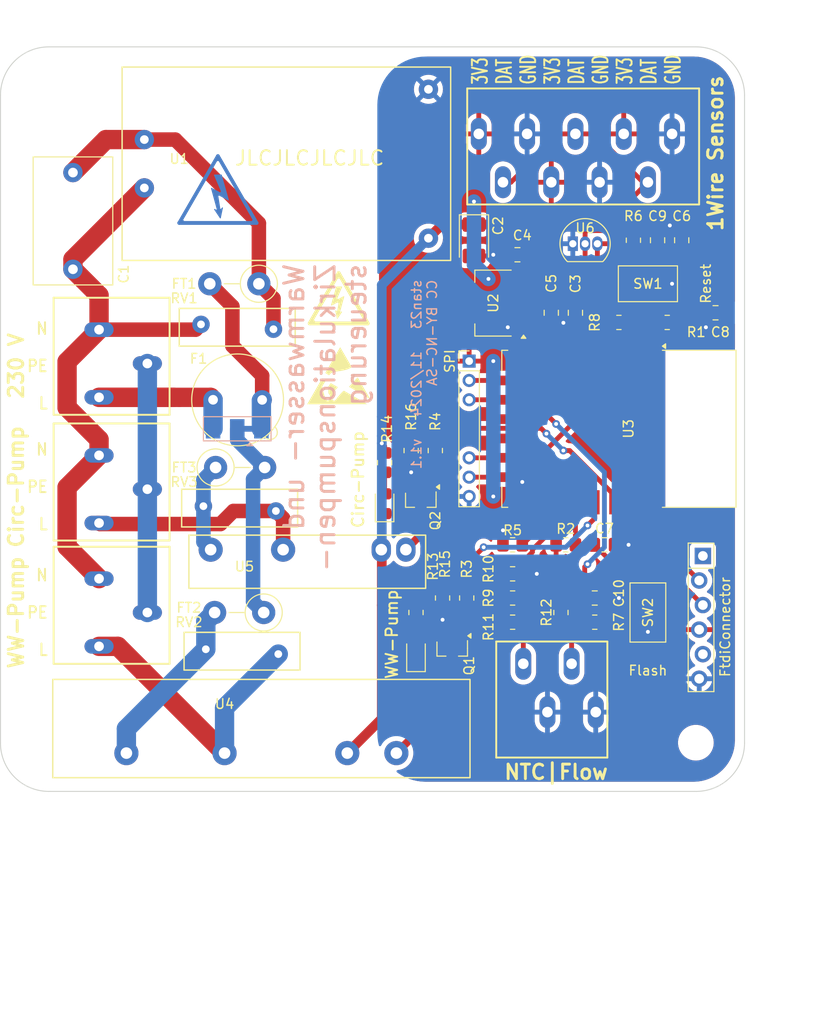
<source format=kicad_pcb>
(kicad_pcb (version 20240108) (generator "pcbnew") (generator_version "8.0")
  (layers (0 "F.Cu" signal) (31 "B.Cu" signal) (34 "B.Paste" user) (35 "F.Paste" user) (36 "B.SilkS" user "B.Silkscreen") (37 "F.SilkS" user "F.Silkscreen") (38 "B.Mask" user) (39 "F.Mask" user) (44 "Edge.Cuts" user))
  (net 0 "")
  (net 1 "Net-(U1-AC1)")
  (net 2 "Net-(D1-K)")
  (net 3 "GND")
  (net 4 "Net-(D1-A)")
  (net 5 "Net-(D2-K)")
  (net 6 "+3V3")
  (net 7 "/RESET")
  (net 8 "Earth_Protective")
  (net 9 "/WWP")
  (net 10 "/CIRC")
  (net 11 "Net-(D2-A)")
  (net 12 "/N")
  (net 13 "+5V")
  (net 16 "Net-(FT2-Pad2)")
  (net 17 "Net-(FT3-Pad1)")
  (net 18 "Net-(U3-GPIO15)")
  (net 19 "/RX")
  (net 20 "/TX")
  (net 21 "Net-(U3-EN)")
  (net 22 "Net-(U3-ADC)")
  (net 23 "/CS")
  (net 24 "/L_FUSE")
  (net 25 "/L_WWP")
  (net 26 "/L_CIRC")
  (net 28 "/MISO")
  (net 29 "/L")
  (net 30 "/T_DATA")
  (net 31 "/FLOW")
  (net 32 "/FLASH")
  (net 33 "/MOSI")
  (net 35 "/SCLK")
  (net 36 "/NTC")
  (net 38 "Net-(J10-Pin_2)")
  (net 41 "/L_SSR")
  (net 42 "Net-(Q1-G)")
  (net 43 "Net-(Q2-G)")
  (footprint "Resistor_SMD:R_0805_2012Metric_Pad1.20x1.40mm_HandSolder" (layer "F.Cu") (at 145.75 81 90)
    (property "Reference" "R15")
    (property "Value" "10k")
  )
  (footprint "Button_Switch_SMD:SW_SPST_CK_RS282G05A3" (layer "F.Cu") (at 167 82.5 -90)
    (property "Reference" "SW2")
    (property "Value" "Flash")
  )
  (footprint "Wago-P-250:P-250-203" (layer "F.Cu") (at 110.2 60.2469 180)
    (property "Reference" "J1" (hide yes))
    (property "Value" "MAINS" (hide yes))
  )
  (footprint "MountingHole:MountingHole_3.2mm_M3" (layer "F.Cu") (at 105.5 29.5)
    (property "Reference" "H1" (hide yes))
    (property "Value" "MountingHole")
  )
  (footprint "Resistor_THT:R_Axial_DIN0411_L9.9mm_D3.6mm_P5.08mm_Vertical" (layer "F.Cu") (at 126.74 48.5 180)
    (property "Reference" "FT1")
    (property "Value" "98°C")
  )
  (footprint "Connector_PinHeader_2.00mm:PinHeader_1x08_P2.00mm_Vertical" (layer "F.Cu") (at 148.5 56.5)
    (property "Reference" "J11" (hide yes))
    (property "Value" "SPI")
  )
  (footprint "Capacitor_Tantalum_SMD:CP_EIA-3528-12_Kemet-T_Pad1.50x2.35mm_HandSolder" (layer "F.Cu") (at 149 44 -90)
    (property "Reference" "C2")
    (property "Value" "100u")
  )
  (footprint "Capacitor_SMD:C_0805_2012Metric_Pad1.18x1.45mm_HandSolder" (layer "F.Cu") (at 174 51.5 180)
    (property "Reference" "C8")
    (property "Value" "10u")
  )
  (footprint "myRelais:Omron_G3MB" (layer "F.Cu") (at 131.75 77)
    (property "Reference" "U5")
    (property "Value" "G3MB-202P")
  )
  (footprint "LED_SMD:LED_0805_2012Metric_Pad1.15x1.40mm_HandSolder" (layer "F.Cu") (at 139.75 71.25 90)
    (property "Reference" "D2" (hide yes))
    (property "Value" "Circ-Pump")
  )
  (footprint "Package_TO_SOT_THT:TO-92_Inline" (layer "F.Cu") (at 159.23 44.36)
    (property "Reference" "U6")
    (property "Value" "DS18B20")
  )
  (footprint "Resistor_SMD:R_0805_2012Metric_Pad1.20x1.40mm_HandSolder" (layer "F.Cu") (at 148.25 81 -90)
    (property "Reference" "R3")
    (property "Value" "300")
  )
  (footprint "Capacitor_SMD:C_0805_2012Metric_Pad1.18x1.45mm_HandSolder" (layer "F.Cu") (at 153.5 45.5 180)
    (property "Reference" "C4")
    (property "Value" "10u")
  )
  (footprint "Wago-P-250:P-250-409" (layer "F.Cu") (at 149.5 33 90)
    (property "Reference" "J9" (hide yes))
    (property "Value" "1Wire Sensors")
  )
  (footprint "Resistor_SMD:R_0805_2012Metric_Pad1.20x1.40mm_HandSolder" (layer "F.Cu") (at 158 82.5 -90)
    (property "Reference" "R12")
    (property "Value" "47")
  )
  (footprint "Resistor_SMD:R_0805_2012Metric_Pad1.20x1.40mm_HandSolder" (layer "F.Cu") (at 165.5 44 90)
    (property "Reference" "R6")
    (property "Value" "4k7")
  )
  (footprint "myRelais:Carlo_Gavazzi_RP1A" (layer "F.Cu") (at 123.19 97.04)
    (property "Reference" "U4")
    (property "Value" "RP1A23D5")
  )
  (footprint "Capacitor_SMD:C_0805_2012Metric_Pad1.18x1.45mm_HandSolder" (layer "F.Cu") (at 162.5 75.5)
    (property "Reference" "C7")
    (property "Value" "100n")
  )
  (footprint "Resistor_SMD:R_0805_2012Metric_Pad1.20x1.40mm_HandSolder" (layer "F.Cu") (at 143 82.5 90)
    (property "Reference" "R13")
    (property "Value" "560")
  )
  (footprint "Wago-P-250:P-250-203" (layer "F.Cu") (at 110.2 86 180)
    (property "Reference" "J2" (hide yes))
    (property "Value" "WW_Pump" (hide yes))
  )
  (footprint "Capacitor_SMD:C_0805_2012Metric_Pad1.18x1.45mm_HandSolder" (layer "F.Cu") (at 168 44 90)
    (property "Reference" "C9")
    (property "Value" "100n")
  )
  (footprint "Capacitor_SMD:C_0805_2012Metric_Pad1.18x1.45mm_HandSolder" (layer "F.Cu") (at 161.5 81)
    (property "Reference" "C10")
    (property "Value" "dnp")
  )
  (footprint "Varistor:RV_Disc_D12mm_W3.9mm_P7.5mm" (layer "F.Cu") (at 121 71)
    (property "Reference" "RV3")
    (property "Value" "VDR-0,6 300")
  )
  (footprint "myPowerModules:Hi-Link_HLK-PMxx" (layer "F.Cu") (at 112.5875 26.0875)
    (property "Reference" "U1")
    (property "Value" "HLK-PM01")
  )
  (footprint "Resistor_SMD:R_0805_2012Metric_Pad1.20x1.40mm_HandSolder" (layer "F.Cu") (at 161.5 83.5 180)
    (property "Reference" "R7")
    (property "Value" "4k7")
  )
  (footprint "Wago-P-250:P-250-404" (layer "F.Cu") (at 161.6046 92.8 -90)
    (property "Reference" "J10" (hide yes))
    (property "Value" "NTC|Flow")
  )
  (footprint "Wago-P-250:P-250-203" (layer "F.Cu") (at 110.2 73.2469 180)
    (property "Reference" "J3" (hide yes))
    (property "Value" "Circ_Pump" (hide yes))
  )
  (footprint "Resistor_SMD:R_0805_2012Metric_Pad1.20x1.40mm_HandSolder" (layer "F.Cu") (at 145 65.75 -90)
    (property "Reference" "R4")
    (property "Value" "300")
  )
  (footprint "Capacitor_SMD:C_0805_2012Metric_Pad1.18x1.45mm_HandSolder" (layer "F.Cu") (at 159.5 51.5 -90)
    (property "Reference" "C3")
    (property "Value" "100n")
  )
  (footprint "Symbol:ESD-Logo_6.6x6mm_SilkScreen" (layer "F.Cu") (at 135 58)
    (property "Reference" "REF**" (hide yes))
    (property "Value" "ESD-Logo_6.6x6mm_SilkScreen" (hide yes))
  )
  (footprint "Capacitor_SMD:C_0805_2012Metric_Pad1.18x1.45mm_HandSolder" (layer "F.Cu") (at 170.5 44 90)
    (property "Reference" "C6")
    (property "Value" "10u")
  )
  (footprint "RF_Module:ESP-12E" (layer "F.Cu") (at 164 63.5 -90)
    (property "Reference" "U3")
    (property "Value" "ESP-12F")
  )
  (footprint "Package_TO_SOT_SMD:SOT-23_Handsoldering" (layer "F.Cu") (at 146.75 86.25 -90)
    (property "Reference" "Q1")
    (property "Value" "IRLML6344")
  )
  (footprint "Resistor_SMD:R_0805_2012Metric_Pad1.20x1.40mm_HandSolder" (layer "F.Cu") (at 153 83.5)
    (property "Reference" "R11")
    (property "Value" "?")
  )
  (footprint "Resistor_SMD:R_0805_2012Metric_Pad1.20x1.40mm_HandSolder" (layer "F.Cu") (at 158.5 75.5)
    (property "Reference" "R2")
    (property "Value" "10k")
  )
  (footprint "Package_TO_SOT_SMD:SOT-223-3_TabPin2" (layer "F.Cu") (at 151 50.5 180)
    (property "Reference" "U2")
    (property "Value" "TS1117-3.3")
  )
  (footprint "Resistor_SMD:R_0805_2012Metric_Pad1.20x1.40mm_HandSolder" (layer "F.Cu") (at 153 75.5 180)
    (property "Reference" "R5")
    (property "Value" "10k")
  )
  (footprint "Varistor:RV_Disc_D12mm_W3.9mm_P7.5mm" (layer "F.Cu") (at 121.25 85.8)
    (property "Reference" "RV2")
    (property "Value" "VDR-0,6 300")
  )
  (footprint "myPinHeaders:Pin_Header_Straight_1x06_Pitch2.54mm_Tight_Fit" (layer "F.Cu") (at 172.5 83)
    (property "Reference" "J6" (hide yes))
    (property "Value" "FtdiConnector")
  )
  (footprint "Resistor_SMD:R_0805_2012Metric_Pad1.20x1.40mm_HandSolder" (layer "F.Cu") (at 139.75 67 90)
    (property "Reference" "R14")
    (property "Value" "560")
  )
  (footprint "Capacitor_THT:C_Rect_L13.0mm_W8.0mm_P10.00mm_FKS3_FKP3_MKS4" (layer "F.Cu") (at 107.5 37 -90)
    (property "Reference" "C1")
    (property "Value" "X2 100nF")
  )
  (footprint "Resistor_SMD:R_0805_2012Metric_Pad1.20x1.40mm_HandSolder" (layer "F.Cu") (at 164 52.5 180)
    (property "Reference" "R8")
    (property "Value" "10k")
  )
  (footprint "LED_SMD:LED_0805_2012Metric_Pad1.15x1.40mm_HandSolder" (layer "F.Cu") (at 143 86.75 90)
    (property "Reference" "D1" (hide yes))
    (property "Value" "WW-Pump")
  )
  (footprint "Resistor_SMD:R_0805_2012Metric_Pad1.20x1.40mm_HandSolder" (layer "F.Cu") (at 169 52.5 180)
    (property "Reference" "R1")
    (property "Value" "10k")
  )
  (footprint "Resistor_THT:R_Axial_DIN0411_L9.9mm_D3.6mm_P5.08mm_Vertical" (layer "F.Cu") (at 122.26 67.5)
    (property "Reference" "FT3")
    (property "Value" "98°C")
  )
  (footprint "Package_TO_SOT_SMD:SOT-23_Handsoldering" (layer "F.Cu") (at 143.5 70.86 -90)
    (property "Reference" "Q2")
    (property "Value" "IRLML6344")
  )
  (footprint "Resistor_THT:R_Axial_DIN0411_L9.9mm_D3.6mm_P5.08mm_Vertical" (layer "F.Cu") (at 127.24 82.5 180)
    (property "Reference" "FT2")
    (property "Value" "98°C")
  )
  (footprint "Button_Switch_SMD:SW_SPST_CK_RS282G05A3" (layer "F.Cu") (at 167 48.5)
    (property "Reference" "SW1")
    (property "Value" "Reset")
  )
  (footprint "MountingHole:MountingHole_3.2mm_M3" (layer "F.Cu") (at 171.964466 95.964466)
    (property "Reference" "H2" (hide yes))
    (property "Value" "MountingHole")
  )
  (footprint "Resistor_SMD:R_0805_2012Metric_Pad1.20x1.40mm_HandSolder" (layer "F.Cu") (at 142.5 65.75 90)
    (property "Reference" "R16")
    (property "Value" "10k")
  )
  (footprint "Resistor_SMD:R_0805_2012Metric_Pad1.20x1.40mm_HandSolder" (layer "F.Cu") (at 153 81 180)
    (property "Reference" "R9")
    (property "Value" "220k")
  )
  (footprint "Varistor:RV_Disc_D12mm_W3.9mm_P7.5mm" (layer "F.Cu") (at 128.25 53.7 180)
    (property "Reference" "RV1")
    (property "Value" "VDR-0,6 300")
  )
  (footprint "Symbol:Symbol_HighVoltage_Triangle_6x6mm_Copper" (layer "F.Cu") (at 135 50)
    (property "Reference" "REF**" (hide yes))
    (property "Value" "Symbol_HighVoltage_Triangle_6x6mm_Copper" (hide yes))
  )
  (footprint "Fuse:Fuseholder_TR5_Littelfuse_No560_No460" (layer "F.Cu") (at 122 60.5)
    (property "Reference" "F1")
    (property "Value" "1A T")
  )
  (footprint "Resistor_SMD:R_0805_2012Metric_Pad1.20x1.40mm_HandSolder" (layer "F.Cu") (at 153 78.5)
    (property "Reference" "R10")
    (property "Value" "100k")
  )
  (footprint "Capacitor_SMD:C_0805_2012Metric_Pad1.18x1.45mm_HandSolder" (layer "F.Cu") (at 157 51.5 -90)
    (property "Reference" "C5")
    (property "Value" "10u")
  )
  (footprint "Jumper:SolderJumper-3_P1.3mm_Bridged12_Pad1.0x1.5mm" (layer "B.Cu") (at 124.5 63.5 180)
    (property "Reference" "JP1" (hide yes))
    (property "Value" "SolderJumper" (hide yes))
  )
  (footprint "Symbol:Symbol_HighVoltage_Triangle_8x7mm_Copper" (layer "B.Cu") (at 122.5 38.75 180)
    (property "Reference" "REF**" (hide yes))
    (property "Value" "Symbol_HighVoltage_Triangle_8x7mm_Copper" (hide yes))
  )
  (gr_line (start 100 29) (end 100 96) (stroke (width 0.1)) (layer "Edge.Cuts"))
  (gr_line (start 105 101) (end 172 101) (stroke (width 0.1)) (layer "Edge.Cuts"))
  (gr_arc (start 177 96) (mid 175.535534 99.535534) (end 172 101) (stroke (width 0.1)) (layer "Edge.Cuts"))
  (gr_arc (start 105 101) (mid 101.464466 99.535534) (end 100 96) (stroke (width 0.1)) (layer "Edge.Cuts"))
  (gr_line (start 177 96) (end 177 29) (stroke (width 0.1)) (layer "Edge.Cuts"))
  (gr_arc (start 100 29) (mid 101.464466 25.464466) (end 105 24) (stroke (width 0.1)) (layer "Edge.Cuts"))
  (gr_arc (start 172 24) (mid 175.535534 25.464466) (end 177 29) (stroke (width 0.1)) (layer "Edge.Cuts"))
  (gr_line (start 172 24) (end 105 24) (stroke (width 0.1)) (layer "Edge.Cuts"))
  (gr_text "stan23   11/2024   v1.1\nCC BY-NC-SA" (at 145.25 48 90) (layer "B.SilkS") (effects (font (size 1 1)) (justify left bottom mirror)))
  (gr_text "Warmwasser- und\nZirkulationspumpen-\nsteuerung" (at 138 46.25 90) (layer "B.SilkS") (effects (font (size 2 2) (thickness 0.3)) (justify left bottom mirror)))
  (gr_text "WW-Pump" (at 102.5 82.5 90) (layer "F.SilkS") (effects (font (size 1.5 1.5) (thickness 0.3) (bold yes)) (justify bottom)))
  (gr_text "N\n\nPE\n\nL" (at 105 57 0) (layer "F.SilkS") (effects (font (size 1.2 1.1) (thickness 0.2) (bold yes)) (justify right)))
  (gr_text "230 V" (at 102.5 57 90) (layer "F.SilkS") (effects (font (size 1.5 1.5) (thickness 0.3) (bold yes)) (justify bottom)))
  (gr_text "Circ-Pump" (at 102.5 69.5 90) (layer "F.SilkS") (effects (font (size 1.5 1.5) (thickness 0.3) (bold yes)) (justify bottom)))
  (gr_text "N\n\nPE\n\nL" (at 105 82.5 0) (layer "F.SilkS") (effects (font (size 1.2 1.1) (thickness 0.2) (bold yes)) (justify right)))
  (gr_text "3V3\nDAT\nGND\n3V3\nDAT\nGND\n3V3\nDAT\nGND" (at 170.5 28 90) (layer "F.SilkS") (effects (font (size 1.55 1) (thickness 0.2) (bold yes)) (justify left bottom)))
  (gr_text "N\n\nPE\n\nL" (at 105 69.5 0) (layer "F.SilkS") (effects (font (size 1.2 1.1) (thickness 0.2) (bold yes)) (justify right)))
  (gr_text "JLCJLCJLCJLC" (at 132 35.5 0) (layer "F.SilkS") (effects (font (size 1.5 1.5) (thickness 0.2))))
  (segment (start 118.0875 33.5875) (end 114.8875 33.5875) (width 1.5) (layer "F.Cu") (net 1))
  (segment (start 126.74 42.24) (end 118.0875 33.5875) (width 1.5) (layer "F.Cu") (net 1))
  (segment (start 128.25 53.2) (end 128.25 50.01) (width 1.5) (layer "F.Cu") (net 1))
  (segment (start 114.8875 33.5875) (end 110.9125 33.5875) (width 2) (layer "F.Cu") (net 1))
  (segment (start 126.74 48.5) (end 126.74 42.24) (width 1.5) (layer "F.Cu") (net 1))
  (segment (start 110.9125 33.5875) (end 107.5 37) (width 2) (layer "F.Cu") (net 1))
  (segment (start 126.74 48.5) (end 128.25 50.01) (width 1.5) (layer "F.Cu") (net 1))
  (segment (start 146.725 87.775) (end 146.75 87.75) (width 0.8) (layer "F.Cu") (net 2))
  (segment (start 143 95.01) (end 143 87.775) (width 0.8) (layer "F.Cu") (net 2))
  (segment (start 143 87.775) (end 146.725 87.775) (width 0.8) (layer "F.Cu") (net 2))
  (segment (start 140.97 97.04) (end 143 95.01) (width 0.8) (layer "F.Cu") (net 2))
  (segment (start 153.5 71.1) (end 153.5 69.5) (width 0.5) (layer "F.Cu") (net 3))
  (segment (start 154.375 52.575) (end 154.15 52.8) (width 0.5) (layer "F.Cu") (net 3))
  (segment (start 167 86.4) (end 167 84.5) (width 0.5) (layer "F.Cu") (net 3))
  (segment (start 145.75 82) (end 145.75 83.25) (width 0.5) (layer "F.Cu") (net 3))
  (segment (start 157 52.575) (end 158.217155 52.575) (width 0.5) (layer "F.Cu") (net 3))
  (segment (start 145.8 83.3) (end 145.75 83.25) (width 0.5) (layer "F.Cu") (net 3))
  (segment (start 153.5 69.5) (end 154 69) (width 0.5) (layer "F.Cu") (net 3))
  (segment (start 169.261267 42.4625) (end 169.268063 42.469296) (width 0.5) (layer "F.Cu") (net 3))
  (segment (start 157.0375 52.5375) (end 157 52.575) (width 1) (layer "F.Cu") (net 3))
  (segment (start 149 45.625) (end 150.875 45.625) (width 0.5) (layer "F.Cu") (net 3))
  (segment (start 163.5375 75.5) (end 165 75.5) (width 0.5) (layer "F.Cu") (net 3))
  (segment (start 142.55 69.36) (end 142.55 68.05) (width 0.5) (layer "F.Cu") (net 3))
  (segment (start 172.9625 52.9625) (end 173 53) (width 0.5) (layer "F.Cu") (net 3))
  (segment (start 170.5 42.4625) (end 169.274859 42.4625) (width 0.5) (layer "F.Cu") (net 3))
  (segment (start 142.55 68.05) (end 142.5 68) (width 0.5) (layer "F.Cu") (net 3))
  (segment (start 162.5375 81) (end 164 81) (width 0.5) (layer "F.Cu") (net 3))
  (segment (start 159.5 52.5375) (end 158.254655 52.5375) (width 0.5) (layer "F.Cu") (net 3))
  (segment (start 152.4625 45.5) (end 151 45.5) (width 0.5) (layer "F.Cu") (net 3))
  (segment (start 152 75.5) (end 152 74) (width 0.5) (layer "F.Cu") (net 3))
  (segment (start 142.5 66.75) (end 142.5 68) (width 0.5) (layer "F.Cu") (net 3))
  (segment (start 157 52.575) (end 154.375 52.575) (width 0.5) (layer "F.Cu") (net 3))
  (segment (start 154 78.5) (end 155.5 78.5) (width 0.5) (layer "F.Cu") (net 3))
  (segment (start 150.875 45.625) (end 151 45.5) (width 0.5) (layer "F.Cu") (net 3))
  (segment (start 170.9 48.5) (end 169.5 48.5) (width 0.5) (layer "F.Cu") (net 3))
  (segment (start 172.9625 51.5) (end 172.9625 52.9625) (width 0.5) (layer "F.Cu") (net 3))
  (segment (start 158.217155 52.575) (end 158.254655 52.5375) (width 0.5) (layer "F.Cu") (net 3))
  (segment (start 145.8 84.75) (end 145.8 83.3) (width 0.5) (layer "F.Cu") (net 3))
  (segment (start 152.7 52.8) (end 152.5 53) (width 1) (layer "F.Cu") (net 3))
  (segment (start 169.274859 42.4625) (end 169.268063 42.469296) (width 0.5) (layer "F.Cu") (net 3))
  (segment (start 154.15 52.8) (end 152.7 52.8) (width 1) (layer "F.Cu") (net 3))
  (segment (start 168 42.4625) (end 169.261267 42.4625) (width 0.5) (layer "F.Cu") (net 3))
  (via (at 151 45.5) (size 0.8) (drill 0.4) (layers "F.Cu" "B.Cu") (net 3))
  (via (at 173 53) (size 0.8) (drill 0.4) (layers "F.Cu" "B.Cu") (net 3))
  (via (at 169.5 48.5) (size 0.8) (drill 0.4) (layers "F.Cu" "B.Cu") (net 3))
  (via (at 145.75 83.25) (size 0.8) (drill 0.4) (layers "F.Cu" "B.Cu") (net 3))
  (via (at 164 81) (size 0.8) (drill 0.4) (layers "F.Cu" "B.Cu") (net 3))
  (via (at 152.5 53) (size 0.8) (drill 0.4) (layers "F.Cu" "B.Cu") (net 3))
  (via (at 169.268063 42.469296) (size 0.8) (drill 0.4) (layers "F.Cu" "B.Cu") (net 3))
  (via (at 165 75.5) (size 0.8) (drill 0.4) (layers "F.Cu" "B.Cu") (net 3))
  (via (at 154 69) (size 0.8) (drill 0.4) (layers "F.Cu" "B.Cu") (net 3))
  (via (at 167 84.5) (size 0.8) (drill 0.4) (layers "F.Cu" "B.Cu") (net 3))
  (via (at 155.5 78.5) (size 0.8) (drill 0.4) (layers "F.Cu" "B.Cu") (net 3))
  (via (at 142.5 68) (size 0.8) (drill 0.4) (layers "F.Cu" "B.Cu") (net 3))
  (via (at 152 74) (size 0.8) (drill 0.4) (layers "F.Cu" "B.Cu") (net 3))
  (via (at 158.254655 52.5375) (size 0.8) (drill 0.4) (layers "F.Cu" "B.Cu") (net 3))
  (segment (start 143 83.5) (end 143 85.725) (width 0.5) (layer "F.Cu") (net 4))
  (segment (start 143.5 72.36) (end 143.5 74.45) (width 0.8) (layer "F.Cu") (net 5))
  (segment (start 143.5 74.45) (end 141.95 76) (width 0.8) (layer "F.Cu") (net 5))
  (segment (start 141.73 75.73) (end 142 76) (width 0.5) (layer "F.Cu") (net 5))
  (segment (start 139.75 72.275) (end 143.415 72.275) (width 0.5) (layer "F.Cu") (net 5))
  (segment (start 142.2 75.5) (end 141.73 75.03) (width 0.5) (layer "F.Cu") (net 5))
  (segment (start 143.415 72.275) (end 143.5 72.36) (width 0.5) (layer "F.Cu") (net 5))
  (segment (start 157 50.4625) (end 159.5 50.4625) (width 0.8) (layer "F.Cu") (net 6))
  (segment (start 151.6 55.9) (end 151 56.5) (width 0.8) (layer "F.Cu") (net 6))
  (segment (start 153.5 55.9) (end 151.6 55.9) (width 0.8) (layer "F.Cu") (net 6))
  (segment (start 154.15 50.5) (end 156.9625 50.5) (width 0.8) (layer "F.Cu") (net 6))
  (segment (start 156.9625 50.5) (end 157 50.4625) (width 0.8) (layer "F.Cu") (net 6))
  (segment (start 154.15 50.5) (end 147.85 50.5) (width 0.8) (layer "F.Cu") (net 6))
  (via (at 150.5 48) (size 0.8) (drill 0.4) (layers "F.Cu" "B.Cu") (net 6))
  (via (at 151 70.5) (size 0.8) (drill 0.4) (layers "F.Cu" "B.Cu") (net 6))
  (via (at 151 56.5) (size 0.8) (drill 0.4) (layers "F.Cu" "B.Cu") (net 6))
  (via (at 149 40) (size 0.6) (drill 0.4) (layers "F.Cu" "B.Cu") (net 6))
  (segment (start 151 56.5) (end 151 70.5) (width 1.5) (layer "B.Cu") (net 6))
  (segment (start 149 40) (end 149 46.5) (width 1.5) (layer "B.Cu") (net 6))
  (segment (start 149 46.5) (end 150.5 48) (width 1.5) (layer "B.Cu") (net 6))
  (segment (start 167.5 55.9) (end 167.5 53) (width 0.5) (layer "F.Cu") (net 7))
  (segment (start 166.5 48.5) (end 168 50) (width 0.5) (layer "F.Cu") (net 7))
  (segment (start 163.1 48.5) (end 166.5 48.5) (width 0.5) (layer "F.Cu") (net 7))
  (segment (start 167.5 53) (end 168 52.5) (width 0.5) (layer "F.Cu") (net 7))
  (segment (start 168 50) (end 168 52.5) (width 0.5) (layer "F.Cu") (net 7))
  (segment (start 115.2 69.7469) (end 115.2 82.5) (width 2) (layer "B.Cu") (net 8))
  (segment (start 115.2 56.7469) (end 115.2 69.7469) (width 2) (layer "B.Cu") (net 8))
  (segment (start 148.25 80) (end 148.25 77.5) (width 0.5) (layer "F.Cu") (net 9))
  (segment (start 161.5 71.1) (end 161.5 72.75) (width 0.5) (layer "F.Cu") (net 9))
  (segment (start 150 75.75) (end 148.25 77.5) (width 0.5) (layer "F.Cu") (net 9))
  (segment (start 161.5 72.75) (end 160.75 73.5) (width 0.5) (layer "F.Cu") (net 9))
  (via (at 150 75.75) (size 0.8) (drill 0.4) (layers "F.Cu" "B.Cu") (net 9))
  (via (at 160.75 73.5) (size 0.8) (drill 0.4) (layers "F.Cu" "B.Cu") (net 9))
  (segment (start 158.5 75.75) (end 150 75.75) (width 0.5) (layer "B.Cu") (net 9))
  (segment (start 160.75 73.5) (end 158.5 75.75) (width 0.5) (layer "B.Cu") (net 9))
  (segment (start 155.95 63.45) (end 146.3 63.45) (width 0.5) (layer "F.Cu") (net 10))
  (segment (start 158.9 65.75) (end 158.25 65.75) (width 0.5) (layer "F.Cu") (net 10))
  (segment (start 146.3 63.45) (end 145 64.75) (width 0.5) (layer "F.Cu") (net 10))
  (segment (start 156.5 64) (end 155.95 63.45) (width 0.5) (layer "F.Cu") (net 10))
  (segment (start 163.5 71.1) (end 163.5 70.35) (width 0.5) (layer "F.Cu") (net 10))
  (segment (start 163.5 70.35) (end 158.9 65.75) (width 0.5) (layer "F.Cu") (net 10))
  (via (at 158.25 65.75) (size 0.8) (drill 0.4) (layers "F.Cu" "B.Cu") (net 10))
  (via (at 156.5 64) (size 0.8) (drill 0.4) (layers "F.Cu" "B.Cu") (net 10))
  (segment (start 158.25 65.75) (end 156.5 64) (width 0.5) (layer "B.Cu") (net 10))
  (segment (start 139.75 70.225) (end 139.75 68) (width 0.5) (layer "F.Cu") (net 11))
  (segment (start 106.892 75.692) (end 106.892 69.5549) (width 2) (layer "F.Cu") (net 12))
  (segment (start 110.2 53.2469) (end 110.2 49.7) (width 2) (layer "F.Cu") (net 12))
  (segment (start 110.2 79) (end 106.892 75.692) (width 2) (layer "F.Cu") (net 12))
  (segment (start 110.2 66.2469) (end 110.2 64.612801) (width 2) (layer "F.Cu") (net 12))
  (segment (start 110.2 64.612801) (end 106.892 61.304801) (width 2) (layer "F.Cu") (net 12))
  (segment (start 110.2 49.7) (end 107.5 47) (width 2) (layer "F.Cu") (net 12))
  (segment (start 106.892 56.5549) (end 110.2 53.2469) (width 2) (layer "F.Cu") (net 12))
  (segment (start 107.5 47) (end 107.5 45.975) (width 2) (layer "F.Cu") (net 12))
  (segment (start 106.892 69.5549) (end 110.2 66.2469) (width 2) (layer "F.Cu") (net 12))
  (segment (start 110.2 53.2469) (end 120.2031 53.2469) (width 1.5) (layer "F.Cu") (net 12))
  (segment (start 107.5 45.975) (end 114.8875 38.5875) (width 2) (layer "F.Cu") (net 12))
  (segment (start 120.2031 53.2469) (end 120.75 52.7) (width 1.5) (layer "F.Cu") (net 12))
  (segment (start 106.892 61.304801) (end 106.892 56.5549) (width 2) (layer "F.Cu") (net 12))
  (segment (start 154.5375 45.5) (end 154.5375 47.8125) (width 1) (layer "F.Cu") (net 13))
  (segment (start 139.46 93.47) (end 139.46 81.75) (width 1) (layer "F.Cu") (net 13))
  (segment (start 154.5375 47.8125) (end 154.15 48.2) (width 1) (layer "F.Cu") (net 13))
  (segment (start 135.89 97.04) (end 139.46 93.47) (width 1) (layer "F.Cu") (net 13))
  (segment (start 149 42.375) (end 145.7 42.375) (width 1) (layer "F.Cu") (net 13))
  (segment (start 154.5375 45.270648) (end 151.641852 42.375) (width 1) (layer "F.Cu") (net 13))
  (segment (start 145.7 42.375) (end 144.2875 43.7875) (width 1) (layer "F.Cu") (net 13))
  (segment (start 151.641852 42.375) (end 149 42.375) (width 1) (layer "F.Cu") (net 13))
  (segment (start 143 81.5) (end 139.71 81.5) (width 0.5) (layer "F.Cu") (net 13))
  (segment (start 139.46 81.75) (end 139.46 76) (width 1) (layer "F.Cu") (net 13))
  (segment (start 139.75 66) (end 139.75 65.29) (width 0.5) (layer "F.Cu") (net 13))
  (segment (start 139.75 65.29) (end 139.46 65) (width 0.5) (layer "F.Cu") (net 13))
  (segment (start 154.5375 45.5) (end 154.5375 45.270648) (width 1) (layer "F.Cu") (net 13))
  (segment (start 139.71 81.5) (end 139.46 81.75) (width 0.5) (layer "F.Cu") (net 13))
  (via (at 139.46 65) (size 0.8) (drill 0.4) (layers "F.Cu" "B.Cu") (net 13))
  (segment (start 139.46 76) (end 139.46 65) (width 1) (layer "B.Cu") (net 13))
  (segment (start 139.46 64.25) (end 139.46 62.25) (width 1) (layer "B.Cu") (net 13))
  (segment (start 139.46 65) (end 139.46 64.25) (width 1) (layer "B.Cu") (net 13))
  (segment (start 144.2875 43.7875) (end 139.46 48.615) (width 1) (layer "B.Cu") (net 13))
  (segment (start 139.46 48.615) (end 139.46 62.25) (width 1) (layer "B.Cu") (net 13))
  (segment (start 113.03 97.04) (end 113.03 94.52) (width 2) (layer "B.Cu") (net 16))
  (segment (start 113.03 94.52) (end 121.25 86.3) (width 2) (layer "B.Cu") (net 16))
  (segment (start 121.25 83.41) (end 122.16 82.5) (width 2) (layer "B.Cu") (net 16))
  (segment (start 121.25 86.3) (end 121.25 83.41) (width 2) (layer "B.Cu") (net 16))
  (segment (start 121 71) (end 121 69.86) (width 1.5) (layer "B.Cu") (net 17))
  (segment (start 121 75.2) (end 121.8 76) (width 1.5) (layer "B.Cu") (net 17))
  (segment (start 121 68.76) (end 122.26 67.5) (width 1.5) (layer "B.Cu") (net 17))
  (segment (start 121 71) (end 121 75.2) (width 1.5) (layer "B.Cu") (net 17))
  (segment (start 121 71) (end 121 68.76) (width 1.5) (layer "B.Cu") (net 17))
  (segment (start 155.5 71.1) (end 155.5 74) (width 0.5) (layer "F.Cu") (net 18))
  (segment (start 155.5 74) (end 154 75.5) (width 0.5) (layer "F.Cu") (net 18))
  (segment (start 165.5 74.5395) (end 172.6905 81.73) (width 0.5) (layer "F.Cu") (net 19))
  (segment (start 165.5 71.1) (end 165.5 74.5395) (width 0.5) (layer "F.Cu") (net 19))
  (segment (start 167.5 74.3805) (end 172.3095 79.19) (width 0.5) (layer "F.Cu") (net 20))
  (segment (start 167.5 71.1) (end 167.5 74.3805) (width 0.5) (layer "F.Cu") (net 20))
  (segment (start 163.5 53) (end 163 52.5) (width 0.5) (layer "F.Cu") (net 21))
  (segment (start 163.5 55.9) (end 163.5 53) (width 0.5) (layer "F.Cu") (net 21))
  (segment (start 155.05 76) (end 155.05 76.246878) (width 0.5) (layer "F.Cu") (net 22))
  (segment (start 155.05 76.246878) (end 154.296878 77) (width 0.5) (layer "F.Cu") (net 22))
  (segment (start 156.5 65.65) (end 156.5 74.55) (width 0.5) (layer "F.Cu") (net 22))
  (segment (start 156.5 74.55) (end 155.05 76) (width 0.5) (layer "F.Cu") (net 22))
  (segment (start 152 81) (end 152 78.5) (width 0.5) (layer "F.Cu") (net 22))
  (segment (start 153.5 77) (end 152 78.5) (width 0.5) (layer "F.Cu") (net 22))
  (segment (start 154.296878 77) (end 153.5 77) (width 0.5) (layer "F.Cu") (net 22))
  (segment (start 165.5 55.9) (end 165.5 56.65) (width 0.5) (layer "F.Cu") (net 22))
  (segment (start 165.5 56.65) (end 156.5 65.65) (width 0.5) (layer "F.Cu") (net 22))
  (segment (start 152 58.5) (end 148.5 58.5) (width 0.5) (layer "F.Cu") (net 23))
  (segment (start 121.66 48.5) (end 124 50.84) (width 1.5) (layer "F.Cu") (net 24))
  (segment (start 124 50.84) (end 124 54.92) (width 1.5) (layer "F.Cu") (net 24))
  (segment (start 127.08 60.51) (end 127.08 58) (width 1.5) (layer "F.Cu") (net 24))
  (segment (start 124 54.92) (end 127.08 58) (width 1.5) (layer "F.Cu") (net 24))
  (segment (start 127 63.5) (end 127 60.59) (width 2) (layer "B.Cu") (net 24))
  (segment (start 127 60.59) (end 127.08 60.51) (width 2) (layer "B.Cu") (net 24))
  (segment (start 112.15 86) (end 123.19 97.04) (width 2) (layer "F.Cu") (net 25))
  (segment (start 110.2 86) (end 112.15 86) (width 2) (layer "F.Cu") (net 25))
  (segment (start 123.19 97.04) (end 123.19 92.36) (width 2) (layer "B.Cu") (net 25))
  (segment (start 123.19 92.36) (end 128.75 86.8) (width 2) (layer "B.Cu") (net 25))
  (segment (start 129.25 76) (end 129.25 72.75) (width 1.5) (layer "F.Cu") (net 26))
  (segment (start 110.2 73.2469) (end 110.3031 73.35) (width 1.5) (layer "F.Cu") (net 26))
  (segment (start 129.25 72.75) (end 128.5 72) (width 1.5) (layer "F.Cu") (net 26))
  (segment (start 122.75507 73.35) (end 124.10507 72) (width 1.5) (layer "F.Cu") (net 26))
  (segment (start 110.3031 73.35) (end 122.75507 73.35) (width 1.5) (layer "F.Cu") (net 26))
  (segment (start 110.0031 73.2469) (end 110 73.25) (width 1.5) (layer "F.Cu") (net 26))
  (segment (start 110.2 73.2469) (end 110.0031 73.2469) (width 1.5) (layer "F.Cu") (net 26))
  (segment (start 124.10507 72) (end 128.5 72) (width 1.5) (layer "F.Cu") (net 26))
  (segment (start 152 60.5) (end 148.5 60.5) (width 0.5) (layer "F.Cu") (net 28))
  (segment (start 117.9531 60.2469) (end 118.2469 60.2469) (width 1.5) (layer "F.Cu") (net 29))
  (segment (start 110.2 60.2469) (end 117.9531 60.2469) (width 2) (layer "F.Cu") (net 29))
  (segment (start 118.2469 60.2469) (end 118.5 60.5) (width 1.5) (layer "F.Cu") (net 29))
  (segment (start 110.2 60.2469) (end 121.7469 60.2469) (width 2) (layer "F.Cu") (net 29))
  (segment (start 121.7469 60.2469) (end 122 60.5) (width 2) (layer "F.Cu") (net 29))
  (segment (start 118.2469 60.2469) (end 110.2 60.2469) (width 1.5) (layer "F.Cu") (net 29))
  (segment (start 122 63.5) (end 122 60.5) (width 2) (layer "B.Cu") (net 29))
  (segment (start 160.5 43.11) (end 160.61 43) (width 0.5) (layer "F.Cu") (net 30))
  (segment (start 160.5 44.36) (end 160.5 43.11) (width 0.5) (layer "F.Cu") (net 30))
  (segment (start 152.825 38) (end 157.825 33) (width 0.5) (layer "F.Cu") (net 30))
  (segment (start 152 38) (end 152.825 38) (width 0.5) (layer "F.Cu") (net 30))
  (segment (start 160.61 43) (end 165.5 43) (width 0.5) (layer "F.Cu") (net 30))
  (segment (start 165.5 42.5) (end 165.5 39.5) (width 0.5) (layer "F.Cu") (net 30))
  (segment (start 157.5 55.9) (end 157.5 55.25) (width 0.5) (layer "F.Cu") (net 30))
  (segment (start 165.5 39.5) (end 167 38) (width 0.5) (layer "F.Cu") (net 30))
  (segment (start 160.325 53.675) (end 160.775 53.225) (width 0.5) (layer "F.Cu") (net 30))
  (segment (start 159.075 53.675) (end 160.325 53.675) (width 0.5) (layer "F.Cu") (net 30))
  (segment (start 160.775 49.786702) (end 160.5 49.511702) (width 0.5) (layer "F.Cu") (net 30))
  (segment (start 157.825 33) (end 159.5 33) (width 0.5) (layer "F.Cu") (net 30))
  (segment (start 161.5 33) (end 159.5 33) (width 0.5) (layer "F.Cu") (net 30))
  (segment (start 157.5 55.25) (end 159.075 53.675) (width 0.5) (layer "F.Cu") (net 30))
  (segment (start 166.5 38) (end 161.5 33) (width 0.5) (layer "F.Cu") (net 30))
  (segment (start 160.775 53.225) (end 160.775 49.786702) (width 0.5) (layer "F.Cu") (net 30))
  (segment (start 167 38) (end 166.5 38) (width 0.5) (layer "F.Cu") (net 30))
  (segment (start 160.5 49.511702) (end 160.5 44.36) (width 0.5) (layer "F.Cu") (net 30))
  (segment (start 155.5 61) (end 155.5 55.9) (width 0.5) (layer "F.Cu") (net 31))
  (segment (start 160.4625 81) (end 160.4625 77.7875) (width 0.5) (layer "F.Cu") (net 31))
  (segment (start 158 81.5) (end 159.5 81.5) (width 0.5) (layer "F.Cu") (net 31))
  (segment (start 157.5 63) (end 155.5 61) (width 0.5) (layer "F.Cu") (net 31))
  (segment (start 159.76875 81.23125) (end 159.5 81.5) (width 0.5) (layer "F.Cu") (net 31))
  (segment (start 160.4625 81) (end 160.23125 81.23125) (width 0.5) (layer "F.Cu") (net 31))
  (segment (start 160.23125 81.23125) (end 159.76875 81.23125) (width 0.5) (layer "F.Cu") (net 31))
  (segment (start 160.4625 77.7875) (end 160.75 77.5) (width 0.5) (layer "F.Cu") (net 31))
  (via (at 157.5 63) (size 0.8) (drill 0.4) (layers "F.Cu" "B.Cu") (net 31))
  (via (at 160.75 77.5) (size 0.8) (drill 0.4) (layers "F.Cu" "B.Cu") (net 31))
  (segment (start 162.5 75.75) (end 160.75 77.5) (width 0.5) (layer "B.Cu") (net 31))
  (segment (start 162.5 68) (end 162.5 75.75) (width 0.5) (layer "B.Cu") (net 31))
  (segment (start 157.5 63) (end 162.5 68) (width 0.5) (layer "B.Cu") (net 31))
  (segment (start 159.5 71.1) (end 159.5 75.5) (width 0.5) (layer "F.Cu") (net 32))
  (segment (start 164.5625 78.6) (end 161.4625 75.5) (width 0.5) (layer "F.Cu") (net 32))
  (segment (start 159.5 75.5) (end 161.4625 75.5) (width 0.5) (layer "F.Cu") (net 32))
  (segment (start 167 78.6) (end 164.5625 78.6) (width 0.5) (layer "F.Cu") (net 32))
  (segment (start 152 66.5) (end 148.5 66.5) (width 0.5) (layer "F.Cu") (net 33))
  (segment (start 152 68.5) (end 148.5 68.5) (width 0.5) (layer "F.Cu") (net 35))
  (segment (start 154.1046 87.8) (end 154.1046 83.6046) (width 0.5) (layer "F.Cu") (net 36))
  (segment (start 154.1046 83.6046) (end 154 83.5) (width 0.5) (layer "F.Cu") (net 36))
  (segment (start 154 83.5) (end 154 81) (width 0.5) (layer "F.Cu") (net 36))
  (segment (start 159.1046 87.8) (end 159.1046 84.6046) (width 0.5) (layer "F.Cu") (net 38))
  (segment (start 159.1046 84.6046) (end 158 83.5) (width 0.5) (layer "F.Cu") (net 38))
  (segment (start 158 83.5) (end 160.5 83.5) (width 0.5) (layer "F.Cu") (net 38))
  (segment (start 127.34 67.5) (end 126.14 68.7) (width 1.5) (layer "B.Cu") (net 41))
  (segment (start 124.5 64.66) (end 127.34 67.5) (width 1.5) (layer "B.Cu") (net 41))
  (segment (start 124.5 63.5) (end 124.5 64.66) (width 1.5) (layer "B.Cu") (net 41))
  (segment (start 126.14 81.4) (end 127.24 82.5) (width 1.5) (layer "B.Cu") (net 41))
  (segment (start 126.14 68.7) (end 126.14 81.4) (width 1.5) (layer "B.Cu") (net 41))
  (segment (start 146.25 80) (end 148.25 82) (width 0.5) (layer "F.Cu") (net 42))
  (segment (start 147.7 84.75) (end 147.7 82.55) (width 0.5) (layer "F.Cu") (net 42))
  (segment (start 145.75 80) (end 146.25 80) (width 0.5) (layer "F.Cu") (net 42))
  (segment (start 147.7 82.55) (end 148.25 82) (width 0.5) (layer "F.Cu") (net 42))
  (segment (start 144.45 67.3) (end 145 66.75) (width 0.5) (layer "F.Cu") (net 43))
  (segment (start 142.5 64.75) (end 143 64.75) (width 0.5) (layer "F.Cu") (net 43))
  (segment (start 143 64.75) (end 145 66.75) (width 0.5) (layer "F.Cu") (net 43))
  (segment (start 144.45 69.36) (end 144.45 67.3) (width 0.5) (layer "F.Cu") (net 43))
  (zone (net 6) (net_name "+3V3") (layer "F.Cu") (priority 1) (connect_pads (clearance 0.508)) (min_thickness 0.25) (fill yes (thermal_gap 0.5) (thermal_bridge_width 0.5) (smoothing fillet) (radius 5))
    (polygon (pts (xy 173.5 25) (xy 176 27.5) (xy 176 97.5) (xy 173.5 100) (xy 139 100) (xy 139.25 25)))
  )
  (zone (net 3) (net_name "GND") (layer "B.Cu") (connect_pads (clearance 0.508)) (min_thickness 0.25) (fill yes (thermal_gap 0.5) (thermal_bridge_width 0.5) (smoothing fillet) (radius 5))
    (polygon (pts (xy 173.5 25) (xy 176 27.5) (xy 176 97.5) (xy 173.5 100) (xy 139 100) (xy 139 25)))
  )
)
</source>
